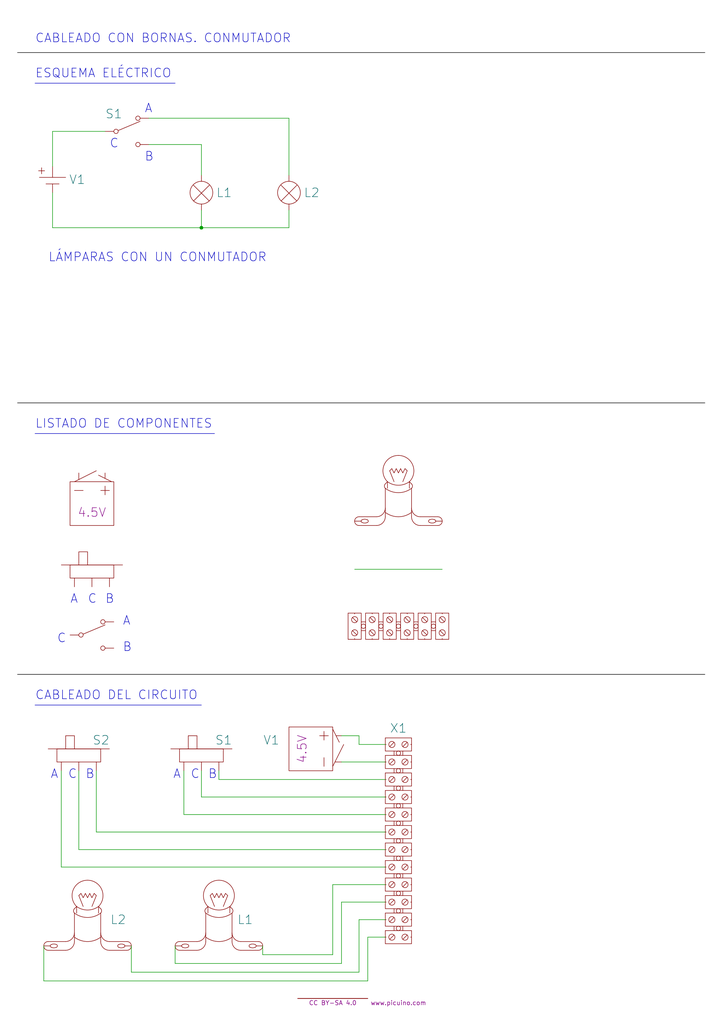
<source format=kicad_sch>
(kicad_sch (version 20211123) (generator eeschema)
  (paper "A4" portrait)
  (title_block (title "CABLEADO CON BORNAS. CONMUTADOR") (date "14/12/2018") (company "www.picuino.com") (comment 1 "Copyright (c) 2018 by Carlos Pardo") (comment 2 "License CC BY-SA 4.0"))
  (lib_symbols
    (symbol "simbolos:CopyRight" (pin_names (offset 1.016))
      (property "License" "CC BY-SA 4.0" (at -1.27 -1.27 0))
      (property "Web" "www.picuino.com" (at 0 -1.27 0))
      (symbol "CopyRight_0_1"
        (polyline (pts (xy -10.16 0) (xy 10.16 0)) (stroke (width 0.2032)))
      )
    )
    (symbol "simbolos:Pila" (pin_names (offset 1.016))
      (property "Reference" "V" (at 5.08 -4.445 0))
      (symbol "Pila_0_1"
        (polyline (pts (xy -4.064 -1.27) (xy -2.286 -1.27)))
        (polyline (pts (xy -3.81 -3.175) (xy 3.81 -3.175)))
        (polyline (pts (xy -3.175 -0.381) (xy -3.175 -2.159)))
        (polyline (pts (xy -1.905 -5.08) (xy 1.905 -5.08)))
      )
      (symbol "Pila_1_1"
        (pin input line (at 0 -7.62 90) (length 2.54) (name "") (number ""))
        (pin input line (at 0 0 270) (length 3.175) (name "") (number ""))
      )
    )
    (symbol "simbolos:borna_12x2" (pin_names (offset 1.016))
      (property "Reference" "X" (at 3.81 3.81 0))
      (symbol "borna_12x2_0_1"
        (rectangle (start 0 -53.975) (end 7.62 -57.785))
        (rectangle (start 0 -48.895) (end 7.62 -52.705))
        (rectangle (start 0 -43.815) (end 7.62 -47.625))
        (rectangle (start 0 -38.735) (end 7.62 -42.545))
        (rectangle (start 0 -33.655) (end 7.62 -37.465))
        (rectangle (start 0 -28.575) (end 7.62 -32.385))
        (rectangle (start 0 -23.495) (end 7.62 -27.305))
        (rectangle (start 0 -18.415) (end 7.62 -22.225))
        (rectangle (start 0 -13.335) (end 7.62 -17.145))
        (rectangle (start 0 -8.255) (end 7.62 -12.065))
        (rectangle (start 0 -3.175) (end 7.62 -6.985))
        (polyline (pts (xy 1.27 -56.515) (xy 2.54 -55.245)))
        (polyline (pts (xy 1.27 -51.435) (xy 2.54 -50.165)))
        (polyline (pts (xy 1.27 -46.355) (xy 2.54 -45.085)))
        (polyline (pts (xy 1.27 -41.275) (xy 2.54 -40.005)))
        (polyline (pts (xy 1.27 -36.195) (xy 2.54 -34.925)))
        (polyline (pts (xy 1.27 -31.115) (xy 2.54 -29.845)))
        (polyline (pts (xy 1.27 -26.035) (xy 2.54 -24.765)))
        (polyline (pts (xy 1.27 -20.955) (xy 2.54 -19.685)))
        (polyline (pts (xy 1.27 -15.875) (xy 2.54 -14.605)))
        (polyline (pts (xy 1.27 -10.795) (xy 2.54 -9.525)))
        (polyline (pts (xy 1.27 -5.715) (xy 2.54 -4.445)))
        (polyline (pts (xy 1.27 -0.635) (xy 2.54 0.635)))
        (polyline (pts (xy 2.54 -53.975) (xy 2.54 -52.705)))
        (polyline (pts (xy 2.54 -48.895) (xy 2.54 -47.625)))
        (polyline (pts (xy 2.54 -43.815) (xy 2.54 -42.545)))
        (polyline (pts (xy 2.54 -38.735) (xy 2.54 -37.465)))
        (polyline (pts (xy 2.54 -33.655) (xy 2.54 -32.385)))
        (polyline (pts (xy 2.54 -28.575) (xy 2.54 -27.305)))
        (polyline (pts (xy 2.54 -23.495) (xy 2.54 -22.225)))
        (polyline (pts (xy 2.54 -18.415) (xy 2.54 -17.145)))
        (polyline (pts (xy 2.54 -13.335) (xy 2.54 -12.065)))
        (polyline (pts (xy 2.54 -8.255) (xy 2.54 -6.985)))
        (polyline (pts (xy 2.54 -3.175) (xy 2.54 -1.905)))
        (polyline (pts (xy 5.08 -56.515) (xy 6.35 -55.245)))
        (polyline (pts (xy 5.08 -53.975) (xy 5.08 -52.705)))
        (polyline (pts (xy 5.08 -51.435) (xy 6.35 -50.165)))
        (polyline (pts (xy 5.08 -48.895) (xy 5.08 -47.625)))
        (polyline (pts (xy 5.08 -46.355) (xy 6.35 -45.085)))
        (polyline (pts (xy 5.08 -43.815) (xy 5.08 -42.545)))
        (polyline (pts (xy 5.08 -41.275) (xy 6.35 -40.005)))
        (polyline (pts (xy 5.08 -38.735) (xy 5.08 -37.465)))
        (polyline (pts (xy 5.08 -36.195) (xy 6.35 -34.925)))
        (polyline (pts (xy 5.08 -33.655) (xy 5.08 -32.385)))
        (polyline (pts (xy 5.08 -31.115) (xy 6.35 -29.845)))
        (polyline (pts (xy 5.08 -28.575) (xy 5.08 -27.305)))
        (polyline (pts (xy 5.08 -26.035) (xy 6.35 -24.765)))
        (polyline (pts (xy 5.08 -23.495) (xy 5.08 -22.225)))
        (polyline (pts (xy 5.08 -20.955) (xy 6.35 -19.685)))
        (polyline (pts (xy 5.08 -18.415) (xy 5.08 -17.145)))
        (polyline (pts (xy 5.08 -15.875) (xy 6.35 -14.605)))
        (polyline (pts (xy 5.08 -13.335) (xy 5.08 -12.065)))
        (polyline (pts (xy 5.08 -10.795) (xy 6.35 -9.525)))
        (polyline (pts (xy 5.08 -8.255) (xy 5.08 -6.985)))
        (polyline (pts (xy 5.08 -5.715) (xy 6.35 -4.445)))
        (polyline (pts (xy 5.08 -3.175) (xy 5.08 -1.905)))
        (polyline (pts (xy 5.08 -0.635) (xy 6.35 0.635)))
        (rectangle (start 0 1.905) (end 7.62 -1.905))
        (circle (center 1.905 -55.88) (radius 0.889))
        (circle (center 1.905 -50.8) (radius 0.889))
        (circle (center 1.905 -45.72) (radius 0.889))
        (circle (center 1.905 -40.64) (radius 0.889))
        (circle (center 1.905 -35.56) (radius 0.889))
        (circle (center 1.905 -30.48) (radius 0.889))
        (circle (center 1.905 -25.4) (radius 0.889))
        (circle (center 1.905 -20.32) (radius 0.889))
        (circle (center 1.905 -15.24) (radius 0.889))
        (circle (center 1.905 -10.16) (radius 0.889))
        (circle (center 1.905 -5.08) (radius 0.889))
        (circle (center 1.905 0) (radius 0.889))
        (circle (center 3.81 -53.34) (radius 0.635))
        (circle (center 3.81 -48.26) (radius 0.635))
        (circle (center 3.81 -43.18) (radius 0.635))
        (circle (center 3.81 -38.1) (radius 0.635))
        (circle (center 3.81 -33.02) (radius 0.635))
        (circle (center 3.81 -27.94) (radius 0.635))
        (circle (center 3.81 -22.86) (radius 0.635))
        (circle (center 3.81 -17.78) (radius 0.635))
        (circle (center 3.81 -12.7) (radius 0.635))
        (circle (center 3.81 -7.62) (radius 0.635))
        (circle (center 3.81 -2.54) (radius 0.635))
        (circle (center 5.715 -55.88) (radius 0.889))
        (circle (center 5.715 -50.8) (radius 0.889))
        (circle (center 5.715 -45.72) (radius 0.889))
        (circle (center 5.715 -40.64) (radius 0.889))
        (circle (center 5.715 -35.56) (radius 0.889))
        (circle (center 5.715 -30.48) (radius 0.889))
        (circle (center 5.715 -25.4) (radius 0.889))
        (circle (center 5.715 -20.32) (radius 0.889))
        (circle (center 5.715 -15.24) (radius 0.889))
        (circle (center 5.715 -10.16) (radius 0.889))
        (circle (center 5.715 -5.08) (radius 0.889))
        (circle (center 5.715 0) (radius 0.889))
      )
      (symbol "borna_12x2_1_1"
        (pin input line (at 0 -55.88 0) (length 0.254) (name "") (number ""))
        (pin input line (at 0 -50.8 0) (length 0.254) (name "") (number ""))
        (pin input line (at 0 -45.72 0) (length 0.254) (name "") (number ""))
        (pin input line (at 0 -40.64 0) (length 0.254) (name "") (number ""))
        (pin input line (at 0 -35.56 0) (length 0.254) (name "") (number ""))
        (pin input line (at 0 -30.48 0) (length 0.254) (name "") (number ""))
        (pin input line (at 0 -25.4 0) (length 0.254) (name "") (number ""))
        (pin input line (at 0 -20.32 0) (length 0.254) (name "") (number ""))
        (pin input line (at 0 -15.24 0) (length 0.254) (name "") (number ""))
        (pin input line (at 0 -10.16 0) (length 0.254) (name "") (number ""))
        (pin input line (at 0 -5.08 0) (length 0.254) (name "") (number ""))
        (pin input line (at 0 0 0) (length 0.254) (name "") (number ""))
        (pin input line (at 7.62 -55.88 180) (length 0.254) (name "") (number ""))
        (pin input line (at 7.62 -50.8 180) (length 0.254) (name "") (number ""))
        (pin input line (at 7.62 -45.72 180) (length 0.254) (name "") (number ""))
        (pin input line (at 7.62 -40.64 180) (length 0.254) (name "") (number ""))
        (pin input line (at 7.62 -35.56 180) (length 0.254) (name "") (number ""))
        (pin input line (at 7.62 -30.48 180) (length 0.254) (name "") (number ""))
        (pin input line (at 7.62 -25.4 180) (length 0.254) (name "") (number ""))
        (pin input line (at 7.62 -20.32 180) (length 0.254) (name "") (number ""))
        (pin input line (at 7.62 -15.24 180) (length 0.254) (name "") (number ""))
        (pin input line (at 7.62 -10.16 180) (length 0.254) (name "") (number ""))
        (pin input line (at 7.62 -5.08 180) (length 0.254) (name "") (number ""))
        (pin input line (at 7.62 0 180) (length 0.254) (name "") (number ""))
      )
    )
    (symbol "simbolos:borna_6x2" (pin_names (offset 1.016))
      (property "Reference" "X" (at 3.81 3.81 0))
      (symbol "borna_6x2_0_1"
        (rectangle (start 0 -23.495) (end 7.62 -27.305))
        (rectangle (start 0 -18.415) (end 7.62 -22.225))
        (rectangle (start 0 -13.335) (end 7.62 -17.145))
        (rectangle (start 0 -8.255) (end 7.62 -12.065))
        (rectangle (start 0 -3.175) (end 7.62 -6.985))
        (polyline (pts (xy 1.27 -26.035) (xy 2.54 -24.765)))
        (polyline (pts (xy 1.27 -20.955) (xy 2.54 -19.685)))
        (polyline (pts (xy 1.27 -15.875) (xy 2.54 -14.605)))
        (polyline (pts (xy 1.27 -10.795) (xy 2.54 -9.525)))
        (polyline (pts (xy 1.27 -5.715) (xy 2.54 -4.445)))
        (polyline (pts (xy 1.27 -0.635) (xy 2.54 0.635)))
        (polyline (pts (xy 2.54 -23.495) (xy 2.54 -22.225)))
        (polyline (pts (xy 2.54 -18.415) (xy 2.54 -17.145)))
        (polyline (pts (xy 2.54 -13.335) (xy 2.54 -12.065)))
        (polyline (pts (xy 2.54 -8.255) (xy 2.54 -6.985)))
        (polyline (pts (xy 2.54 -3.175) (xy 2.54 -1.905)))
        (polyline (pts (xy 5.08 -26.035) (xy 6.35 -24.765)))
        (polyline (pts (xy 5.08 -23.495) (xy 5.08 -22.225)))
        (polyline (pts (xy 5.08 -20.955) (xy 6.35 -19.685)))
        (polyline (pts (xy 5.08 -18.415) (xy 5.08 -17.145)))
        (polyline (pts (xy 5.08 -15.875) (xy 6.35 -14.605)))
        (polyline (pts (xy 5.08 -13.335) (xy 5.08 -12.065)))
        (polyline (pts (xy 5.08 -10.795) (xy 6.35 -9.525)))
        (polyline (pts (xy 5.08 -8.255) (xy 5.08 -6.985)))
        (polyline (pts (xy 5.08 -5.715) (xy 6.35 -4.445)))
        (polyline (pts (xy 5.08 -3.175) (xy 5.08 -1.905)))
        (polyline (pts (xy 5.08 -0.635) (xy 6.35 0.635)))
        (rectangle (start 0 1.905) (end 7.62 -1.905))
        (circle (center 1.905 -25.4) (radius 0.889))
        (circle (center 1.905 -20.32) (radius 0.889))
        (circle (center 1.905 -15.24) (radius 0.889))
        (circle (center 1.905 -10.16) (radius 0.889))
        (circle (center 1.905 -5.08) (radius 0.889))
        (circle (center 1.905 0) (radius 0.889))
        (circle (center 3.81 -22.86) (radius 0.635))
        (circle (center 3.81 -17.78) (radius 0.635))
        (circle (center 3.81 -12.7) (radius 0.635))
        (circle (center 3.81 -7.62) (radius 0.635))
        (circle (center 3.81 -2.54) (radius 0.635))
        (circle (center 5.715 -25.4) (radius 0.889))
        (circle (center 5.715 -20.32) (radius 0.889))
        (circle (center 5.715 -15.24) (radius 0.889))
        (circle (center 5.715 -10.16) (radius 0.889))
        (circle (center 5.715 -5.08) (radius 0.889))
        (circle (center 5.715 0) (radius 0.889))
      )
      (symbol "borna_6x2_1_1"
        (pin input line (at 0 -25.4 0) (length 0.254) (name "") (number ""))
        (pin input line (at 0 -20.32 0) (length 0.254) (name "") (number ""))
        (pin input line (at 0 -15.24 0) (length 0.254) (name "") (number ""))
        (pin input line (at 0 -10.16 0) (length 0.254) (name "") (number ""))
        (pin input line (at 0 -5.08 0) (length 0.254) (name "") (number ""))
        (pin input line (at 0 0 0) (length 0.254) (name "") (number ""))
        (pin input line (at 7.62 -25.4 180) (length 0.254) (name "") (number ""))
        (pin input line (at 7.62 -20.32 180) (length 0.254) (name "") (number ""))
        (pin input line (at 7.62 -15.24 180) (length 0.254) (name "") (number ""))
        (pin input line (at 7.62 -10.16 180) (length 0.254) (name "") (number ""))
        (pin input line (at 7.62 -5.08 180) (length 0.254) (name "") (number ""))
        (pin input line (at 7.62 0 180) (length 0.254) (name "") (number ""))
      )
    )
    (symbol "simbolos:conmutador" (pin_names (offset 1.016))
      (property "Reference" "S" (at 4.445 3.175 0))
      (symbol "conmutador_0_0"
        (circle (center 3.175 0) (radius 0.635))
        (circle (center 9.525 -3.81) (radius 0.635))
        (circle (center 9.525 3.81) (radius 0.635))
      )
      (symbol "conmutador_0_1"
        (polyline (pts (xy 10.16 2.921) (xy 3.81 0.254)))
      )
      (symbol "conmutador_1_1"
        (pin input line (at 0 0 0) (length 2.54) (name "") (number ""))
        (pin input line (at 12.7 -3.81 180) (length 2.54) (name "") (number ""))
        (pin input line (at 12.7 3.81 180) (length 2.54) (name "") (number ""))
      )
    )
    (symbol "simbolos:lampara" (pin_names (offset 1.016))
      (property "Reference" "L" (at 4.445 -5.08 0))
      (symbol "lampara_0_1"
        (circle (center 0 -5.08) (radius 3.302))
        (polyline (pts (xy -2.286 -7.493) (xy 2.286 -2.921)))
        (polyline (pts (xy -2.286 -2.921) (xy 2.286 -7.493)))
      )
      (symbol "lampara_1_1"
        (pin input line (at 0 -10.16 90) (length 1.778) (name "") (number ""))
        (pin input line (at 0 0 270) (length 1.778) (name "") (number ""))
      )
    )
    (symbol "simbolos:lampara_pack" (pin_names (offset 1.016))
      (property "Reference" "L" (at 17.78 6.35 0))
      (symbol "lampara_pack_0_1"
        (polyline (pts (xy 1.27 -1.27) (xy 6.35 -1.27)))
        (polyline (pts (xy 6.35 1.27) (xy 1.27 1.27)))
        (polyline (pts (xy 8.89 1.27) (xy 8.89 9.525)))
        (polyline (pts (xy 8.89 10.795) (xy 9.525 11.43)))
        (polyline (pts (xy 9.525 11.43) (xy 9.525 9.525)))
        (polyline (pts (xy 11.43 11.43) (xy 10.16 14.605)))
        (polyline (pts (xy 13.97 11.43) (xy 15.24 14.605)))
        (polyline (pts (xy 15.875 11.43) (xy 15.875 9.525)))
        (polyline (pts (xy 16.51 1.27) (xy 16.51 9.525)))
        (polyline (pts (xy 16.51 10.795) (xy 15.875 11.43)))
        (polyline (pts (xy 19.05 1.27) (xy 24.13 1.27)))
        (polyline (pts (xy 24.13 -1.27) (xy 19.05 -1.27)))
        (polyline (pts (xy 10.16 14.605) (xy 10.795 15.24) (xy 11.43 13.97) (xy 12.065 15.24) (xy 12.7 13.97) (xy 13.335 15.24) (xy 13.97 13.97) (xy 14.605 15.24) (xy 15.24 14.605)))
        (arc (start 1.27 1.27) (mid 0 0) (end 1.27 -1.27))
        (arc (start 2.159 -0.381) (mid 2.921 -0.5609) (end 3.683 -0.381))
        (arc (start 2.159 0.381) (mid 1.8844 0) (end 2.159 -0.381))
        (arc (start 3.683 -0.381) (mid 3.9576 0) (end 3.683 0.381))
        (arc (start 3.683 0.381) (mid 2.921 0.5609) (end 2.159 0.381))
        (arc (start 6.35 -1.27) (mid 8.1297 -0.5171) (end 8.89 1.27))
        (arc (start 6.35 1.27) (mid 8.1297 2.0229) (end 8.89 3.81))
        (arc (start 8.89 2.54) (mid 12.7 1.27) (end 16.51 2.54))
        (arc (start 8.89 9.525) (mid 12.7 8.255) (end 16.51 9.525))
        (arc (start 8.89 10.795) (mid 8.627 10.16) (end 8.89 9.525))
        (arc (start 9.525 11.43) (mid 12.7 10.4125) (end 15.875 11.43))
        (arc (start 12.7 19.05) (mid 8.5493 16.3021) (end 9.525 11.43))
        (arc (start 15.875 11.43) (mid 16.8357 16.2958) (end 12.7 19.05))
        (arc (start 16.51 1.27) (mid 17.2523 -0.5349) (end 19.05 -1.27))
        (arc (start 16.51 3.81) (mid 17.2523 2.0051) (end 19.05 1.27))
        (arc (start 16.51 9.525) (mid 16.773 10.16) (end 16.51 10.795))
        (arc (start 21.717 -0.381) (mid 22.479 -0.5609) (end 23.241 -0.381))
        (arc (start 21.717 0.381) (mid 21.4424 0) (end 21.717 -0.381))
        (arc (start 23.241 -0.381) (mid 23.5156 0) (end 23.241 0.381))
        (arc (start 23.241 0.381) (mid 22.479 0.5609) (end 21.717 0.381))
        (arc (start 24.13 -1.27) (mid 25.4 0) (end 24.13 1.27))
      )
      (symbol "lampara_pack_1_1"
        (pin input line (at 0 0 0) (length 1.905) (name "") (number ""))
        (pin input line (at 25.4 0 180) (length 1.905) (name "") (number ""))
      )
    )
    (symbol "simbolos:pila_petaca" (pin_names (offset 1.016))
      (property "Reference" "V" (at 11.43 -8.89 0))
      (property "V" "4.5V" (at 3.81 -12.7 0))
      (symbol "pila_petaca_0_1"
        (rectangle (start -2.54 -2.54) (end 10.16 -15.24))
        (polyline (pts (xy -1.27 -5.08) (xy 1.27 -5.08)))
        (polyline (pts (xy -1.27 -2.54) (xy 5.08 0.635)))
        (polyline (pts (xy 7.62 -3.81) (xy 7.62 -6.35)))
        (polyline (pts (xy 8.89 -5.08) (xy 6.35 -5.08)))
        (polyline (pts (xy 9.525 -2.54) (xy 5.715 -0.635)))
      )
      (symbol "pila_petaca_1_1"
        (pin input line (at 0 0 270) (length 1.905) (name "") (number ""))
        (pin input line (at 7.62 0 270) (length 1.524) (name "") (number ""))
      )
    )
    (symbol "simbolos:selector_pack" (pin_names (offset 1.016))
      (property "Reference" "S" (at 11.43 8.89 0))
      (symbol "selector_pack_0_1"
        (rectangle (start -1.27 6.35) (end 11.43 2.54))
        (polyline (pts (xy 13.97 6.35) (xy -3.81 6.35)))
        (polyline (pts (xy 1.27 6.35) (xy 1.27 10.16) (xy 3.81 10.16) (xy 3.81 6.35)))
      )
      (symbol "selector_pack_1_1"
        (pin input line (at 0 0 90) (length 2.54) (name "") (number ""))
        (pin input line (at 5.08 0 90) (length 2.54) (name "") (number ""))
        (pin input line (at 10.16 0 90) (length 2.54) (name "") (number ""))
      )
    )
  )
  (junction (at 58.42 66.04))
  (wire (pts (xy 43.18 41.91) (xy 58.42 41.91)))
  (wire (pts (xy 111.76 271.78) (xy 106.68 271.78)))
  (wire (pts (xy 111.76 236.22) (xy 53.34 236.22)))
  (wire (pts (xy 15.24 38.1) (xy 30.48 38.1)))
  (wire (pts (xy 76.2 276.86) (xy 96.52 276.86)))
  (wire (pts (xy 99.06 261.62) (xy 111.76 261.62)))
  (wire (pts (xy 104.14 266.7) (xy 104.14 281.94)))
  (wire (pts (xy 15.24 48.26) (xy 15.24 38.1)))
  (wire (pts (xy 104.14 215.9) (xy 104.14 213.36)))
  (wire (pts (xy 96.52 256.54) (xy 96.52 276.86)))
  (wire (pts (xy 12.7 284.48) (xy 12.7 274.32)))
  (wire (pts (xy 99.06 261.62) (xy 99.06 279.4)))
  (wire (pts (xy 111.76 226.06) (xy 63.5 226.06)))
  (wire (pts (xy 53.34 236.22) (xy 53.34 223.52)))
  (wire (pts (xy 43.18 34.29) (xy 83.82 34.29)))
  (wire (pts (xy 58.42 223.52) (xy 58.42 231.14)))
  (wire (pts (xy 63.5 226.06) (xy 63.5 223.52)))
  (wire (pts (xy 106.68 284.48) (xy 12.7 284.48)))
  (wire (pts (xy 83.82 34.29) (xy 83.82 50.8)))
  (wire (pts (xy 17.78 223.52) (xy 17.78 251.46)))
  (wire (pts (xy 38.1 274.32) (xy 38.1 281.94)))
  (wire (pts (xy 102.87 165.1) (xy 128.27 165.1)))
  (wire (pts (xy 76.2 274.32) (xy 76.2 276.86)))
  (wire (pts (xy 27.94 241.3) (xy 27.94 223.52)))
  (wire (pts (xy 58.42 41.91) (xy 58.42 50.8)))
  (wire (pts (xy 50.8 274.32) (xy 50.8 279.4)))
  (wire (pts (xy 50.8 279.4) (xy 99.06 279.4)))
  (wire (pts (xy 15.24 66.04) (xy 15.24 55.88)))
  (wire (pts (xy 38.1 281.94) (xy 104.14 281.94)))
  (wire (pts (xy 111.76 241.3) (xy 27.94 241.3)))
  (wire (pts (xy 58.42 66.04) (xy 15.24 66.04)))
  (wire (pts (xy 104.14 213.36) (xy 99.06 213.36)))
  (wire (pts (xy 58.42 66.04) (xy 83.82 66.04)))
  (wire (pts (xy 22.86 223.52) (xy 22.86 246.38)))
  (wire (pts (xy 106.68 271.78) (xy 106.68 284.48)))
  (wire (pts (xy 58.42 60.96) (xy 58.42 66.04)))
  (wire (pts (xy 104.14 215.9) (xy 111.76 215.9)))
  (wire (pts (xy 99.06 220.98) (xy 111.76 220.98)))
  (polyline (pts (xy 5.08 15.24) (xy 204.47 15.24)) (stroke (width 0) (type solid) (color 0 0 0 1)))
  (wire (pts (xy 83.82 66.04) (xy 83.82 60.96)))
  (polyline (pts (xy 10.16 125.73) (xy 62.23 125.73)) (stroke (width 0) (type solid)))
  (polyline (pts (xy 5.08 195.58) (xy 204.47 195.58)) (stroke (width 0) (type solid) (color 0 0 0 1)))
  (wire (pts (xy 96.52 256.54) (xy 111.76 256.54)))
  (polyline (pts (xy 5.08 116.84) (xy 204.47 116.84)) (stroke (width 0) (type solid) (color 0 0 0 1)))
  (wire (pts (xy 58.42 231.14) (xy 111.76 231.14)))
  (polyline (pts (xy 10.16 204.47) (xy 58.42 204.47)) (stroke (width 0) (type solid)))
  (wire (pts (xy 111.76 251.46) (xy 17.78 251.46)))
  (wire (pts (xy 22.86 246.38) (xy 111.76 246.38)))
  (polyline (pts (xy 10.16 24.13) (xy 50.8 24.13)) (stroke (width 0) (type solid)))
  (wire (pts (xy 104.14 266.7) (xy 111.76 266.7)))
  (text "CABLEADO CON BORNAS. CONMUTADOR" (at 10.16 12.7 0) (effects (font (size 2.54 2.54)) (justify left bottom)))
  (text "C" (at 16.51 186.69 0) (effects (font (size 2.54 2.54)) (justify left bottom)))
  (text "B" (at 24.765 226.06 0) (effects (font (size 2.54 2.54)) (justify left bottom)))
  (text "A" (at 41.91 33.02 0) (effects (font (size 2.54 2.54)) (justify left bottom)))
  (text "C" (at 31.75 43.18 0) (effects (font (size 2.54 2.54)) (justify left bottom)))
  (text "CABLEADO DEL CIRCUITO" (at 10.16 203.2 0) (effects (font (size 2.54 2.54)) (justify left bottom)))
  (text "B" (at 60.325 226.06 0) (effects (font (size 2.54 2.54)) (justify left bottom)))
  (text "B" (at 35.56 189.23 0) (effects (font (size 2.54 2.54)) (justify left bottom)))
  (text "ESQUEMA ELÉCTRICO" (at 10.16 22.86 0) (effects (font (size 2.54 2.54)) (justify left bottom)))
  (text "A" (at 20.32 175.26 0) (effects (font (size 2.54 2.54)) (justify left bottom)))
  (text "A" (at 35.56 181.61 0) (effects (font (size 2.54 2.54)) (justify left bottom)))
  (text "A" (at 14.605 226.06 0) (effects (font (size 2.54 2.54)) (justify left bottom)))
  (text "C" (at 25.4 175.26 0) (effects (font (size 2.54 2.54)) (justify left bottom)))
  (text "C" (at 55.245 226.06 0) (effects (font (size 2.54 2.54)) (justify left bottom)))
  (text "C" (at 19.685 226.06 0) (effects (font (size 2.54 2.54)) (justify left bottom)))
  (text "LISTADO DE COMPONENTES" (at 10.16 124.46 0) (effects (font (size 2.54 2.54)) (justify left bottom)))
  (text "A" (at 50.165 226.06 0) (effects (font (size 2.54 2.54)) (justify left bottom)))
  (text "B" (at 30.48 175.26 0) (effects (font (size 2.54 2.54)) (justify left bottom)))
  (text "LÁMPARAS CON UN CONMUTADOR" (at 13.97 76.2 0) (effects (font (size 2.54 2.54)) (justify left bottom)))
  (text "B" (at 41.91 46.99 0) (effects (font (size 2.54 2.54)) (justify left bottom)))
  (symbol (lib_id "simbolos:borna_12x2") (at 111.76 215.9 0) (unit 1)
    (property "Reference" "X1" (at 115.57 211.1756 0) (effects (font (size 2.54 2.54))))
  )
  (symbol (lib_id "simbolos:lampara_pack") (at 50.8 274.32 0) (unit 1)
    (property "Reference" "L1" (at 71.12 266.7 0) (effects (font (size 2.54 2.54))))
  )
  (symbol (lib_id "simbolos:conmutador") (at 20.32 184.15 0) (unit 1)
    (property "Reference" "S?" (effects hide))
  )
  (symbol (lib_id "simbolos:lampara") (at 83.82 50.8 0) (unit 1)
    (property "Reference" "L2" (at 87.9602 55.88 0) (effects (font (size 2.54 2.54)) (justify left)))
  )
  (symbol (lib_id "simbolos:lampara") (at 58.42 50.8 0) (unit 1)
    (property "Reference" "L1" (at 62.5602 55.88 0) (effects (font (size 2.54 2.54)) (justify left)))
  )
  (symbol (lib_id "simbolos:lampara_pack") (at 102.87 151.13 0) (unit 1)
    (property "Reference" "L?" (effects hide))
  )
  (symbol (lib_id "simbolos:conmutador") (at 30.48 38.1 0) (unit 1)
    (property "Reference" "S1" (at 33.02 33.02 0) (effects (font (size 2.54 2.54))))
  )
  (symbol (lib_id "simbolos:pila_petaca") (at 99.06 220.98 270) (mirror x) (unit 1)
    (property "Reference" "V1" (at 76.2 214.63 90) (effects (font (size 2.54 2.54)) (justify left)))
    (property "V" "4.5V" (at 87.63 217.17 0) (effects (font (size 2.54 2.54))))
  )
  (symbol (lib_id "simbolos:selector_pack") (at 17.78 223.52 0) (unit 1)
    (property "Reference" "S2" (at 26.67 214.63 0) (effects (font (size 2.54 2.54)) (justify left)))
  )
  (symbol (lib_id "simbolos:borna_6x2") (at 128.27 177.8 270) (unit 1)
    (property "Reference" "X?" (effects hide))
  )
  (symbol (lib_id "simbolos:selector_pack") (at 53.34 223.52 0) (unit 1)
    (property "Reference" "S1" (at 62.23 214.63 0) (effects (font (size 2.54 2.54)) (justify left)))
  )
  (symbol (lib_id "simbolos:selector_pack") (at 21.59 170.18 0) (unit 1)
    (property "Reference" "S?" (effects hide))
  )
  (symbol (lib_id "simbolos:CopyRight") (at 96.52 289.56 0) (unit 1)
    (property "Reference" "CP1" (effects hide))
    (property "License" "CC BY-SA 4.0" (at 96.52 290.83 0))
    (property "Web" "www.picuino.com" (at 115.57 290.83 0))
  )
  (symbol (lib_id "simbolos:Pila") (at 15.24 48.26 0) (unit 1)
    (property "Reference" "V1" (at 19.8882 52.07 0) (effects (font (size 2.54 2.54)) (justify left)))
  )
  (symbol (lib_id "simbolos:lampara_pack") (at 12.7 274.32 0) (unit 1)
    (property "Reference" "L2" (at 34.29 266.7 0) (effects (font (size 2.54 2.54))))
  )
  (symbol (lib_id "simbolos:pila_petaca") (at 22.86 137.16 0) (unit 1)
    (property "Reference" "V?" (effects hide))
    (property "V" "4.5V" (at 26.67 148.59 0) (effects (font (size 2.54 2.54))))
  )
)
</source>
